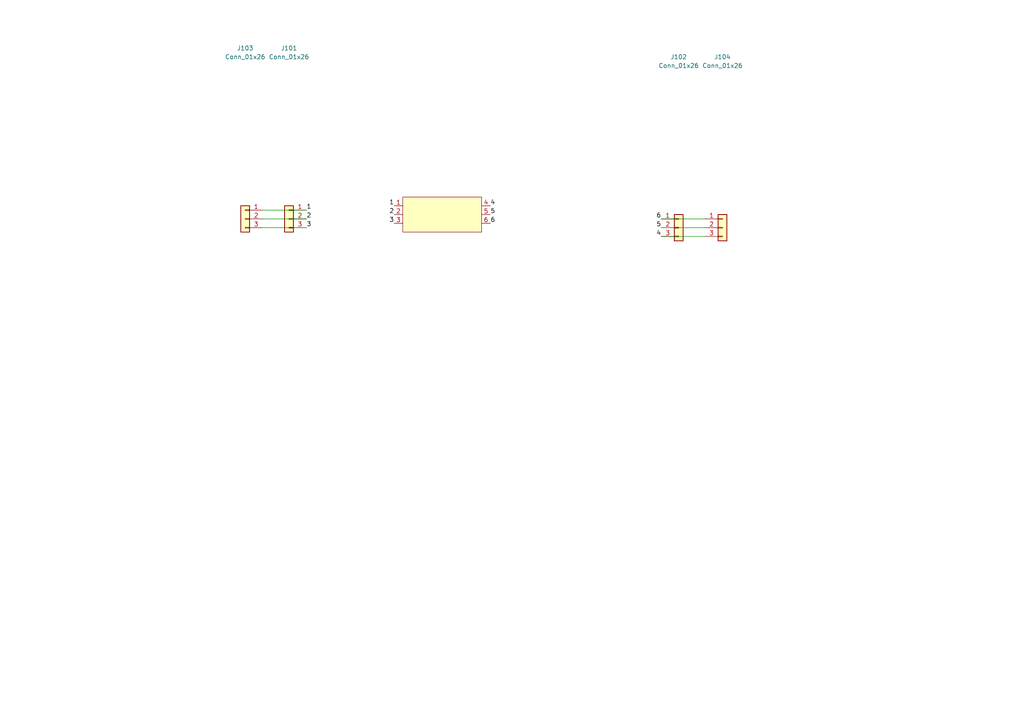
<source format=kicad_sch>
(kicad_sch (version 20250114) (generator "eeschema") (generator_version "9.0")
  (paper "A4")
  (lib_symbols
    (symbol "Connector_Generic:Conn_01x03" (pin_names (offset 1.016) (hide yes))
      (property "Reference" "J" (at 0 5.08 0))
      (property "Value" "Conn_01x03" (at 0 -5.08 0))
      (symbol "Conn_01x03_1_1"
        (rectangle (start -1.27 3.81) (end 1.27 -3.81) (stroke (width 0.254)) (fill (type background)))
        (rectangle (start -1.27 2.667) (end 0 2.413) (stroke (width 0.1524)))
        (rectangle (start -1.27 0.127) (end 0 -0.127) (stroke (width 0.1524)))
        (rectangle (start -1.27 -2.413) (end 0 -2.667) (stroke (width 0.1524)))
        (pin passive line (at -5.08 2.54 0) (length 3.81) (name "Pin_1") (number "1"))
        (pin passive line (at -5.08 0 0) (length 3.81) (name "Pin_2") (number "2"))
        (pin passive line (at -5.08 -2.54 0) (length 3.81) (name "Pin_3") (number "3"))
      )
    )
    (symbol "Interface_Ethernet:VSC8541XMV-0x"
      (symbol "VSC8541XMV-0x_0_0"
        (pin unspecified line (at -13.97 16.51 0) (length 2.54) (name "") (number "1"))
        (pin unspecified line (at -13.97 13.97 0) (length 2.54) (name "") (number "2"))
        (pin unspecified line (at -13.97 11.43 0) (length 2.54) (name "") (number "3"))
        (pin unspecified line (at 13.97 13.97 180) (length 2.54) (name "") (number "5"))
        (pin unspecified line (at 13.97 11.43 180) (length 2.54) (name "") (number "6"))
      )
      (symbol "VSC8541XMV-0x_1_0"
        (pin unspecified line (at 13.97 16.51 180) (length 2.54) (name "") (number "4"))
      )
      (symbol "VSC8541XMV-0x_1_1"
        (rectangle (start -11.43 19.05) (end 11.43 8.89) (fill (type background)))
      )
    )
  )
  (wire (pts (xy 204.47 66.04) (xy 191.77 66.04)))
  (wire (pts (xy 76.2 60.96) (xy 88.9 60.96)))
  (wire (pts (xy 76.2 63.5) (xy 88.9 63.5)))
  (wire (pts (xy 76.2 66.04) (xy 88.9 66.04)))
  (wire (pts (xy 204.47 63.5) (xy 191.77 63.5)))
  (wire (pts (xy 204.47 68.58) (xy 191.77 68.58)))
  (label "3" (at 88.9 66.04 0))
  (label "4" (at 191.77 68.58 180))
  (label "2" (at 88.9 63.5 0))
  (label "1" (at 88.9 60.96 0))
  (label "3" (at 114.3 64.77 180))
  (label "1" (at 114.3 59.69 180))
  (label "2" (at 114.3 62.23 180))
  (label "4" (at 142.24 59.69 0))
  (label "5" (at 142.24 62.23 0))
  (label "6" (at 142.24 64.77 0))
  (label "5" (at 191.77 66.04 180))
  (label "6" (at 191.77 63.5 180))
  (symbol (lib_id "Interface_Ethernet:VSC8541XMV-0x") (at 128.27 76.2 0) (unit 1)
    (property "Reference" "U101" (effects (hide yes)))
    (property "Value" "SOT-666" (effects (hide yes)))
    (property "Footprint" "Package_TO_SOT_SMD:SOT-666" (effects (hide yes)))
  )
  (symbol (lib_id "Connector_Generic:Conn_01x03") (at 209.55 66.04 0) (unit 1)
    (property "Reference" "J104" (at 209.55 16.51 0))
    (property "Value" "Conn_01x26" (at 209.55 19.05 0))
    (property "Footprint" "Connector_PinHeader_2.54mm:PinHeader_1x03_P2.54mm_Vertical_SMD_Pin1Right" (effects (hide yes)))
    (property "Description" "Generic connector, single row, 01x03, script generated (kicad-library-utils/schlib/autogen/connector/)" (effects (hide yes)))
  )
  (symbol (lib_id "Connector_Generic:Conn_01x03") (at 83.82 63.5 0) (mirror y) (unit 1)
    (property "Reference" "J101" (at 83.82 13.97 0))
    (property "Value" "Conn_01x26" (at 83.82 16.51 0))
    (property "Footprint" "Connector_PinHeader_2.54mm:PinHeader_1x03_P2.54mm_Vertical" (effects (hide yes)))
    (property "Description" "Generic connector, single row, 01x03, script generated (kicad-library-utils/schlib/autogen/connector/)" (effects (hide yes)))
  )
  (symbol (lib_id "Connector_Generic:Conn_01x03") (at 196.85 66.04 0) (unit 1)
    (property "Reference" "J102" (at 196.85 16.51 0))
    (property "Value" "Conn_01x26" (at 196.85 19.05 0))
    (property "Footprint" "Connector_PinHeader_2.54mm:PinHeader_1x03_P2.54mm_Vertical" (effects (hide yes)))
    (property "Description" "Generic connector, single row, 01x03, script generated (kicad-library-utils/schlib/autogen/connector/)" (effects (hide yes)))
  )
  (symbol (lib_id "Connector_Generic:Conn_01x03") (at 71.12 63.5 0) (mirror y) (unit 1)
    (property "Reference" "J103" (at 71.12 13.97 0))
    (property "Value" "Conn_01x26" (at 71.12 16.51 0))
    (property "Footprint" "Connector_PinHeader_2.54mm:PinHeader_1x03_P2.54mm_Vertical_SMD_Pin1Right" (effects (hide yes)))
    (property "Description" "Generic connector, single row, 01x03, script generated (kicad-library-utils/schlib/autogen/connector/)" (effects (hide yes)))
  )
)
</source>
